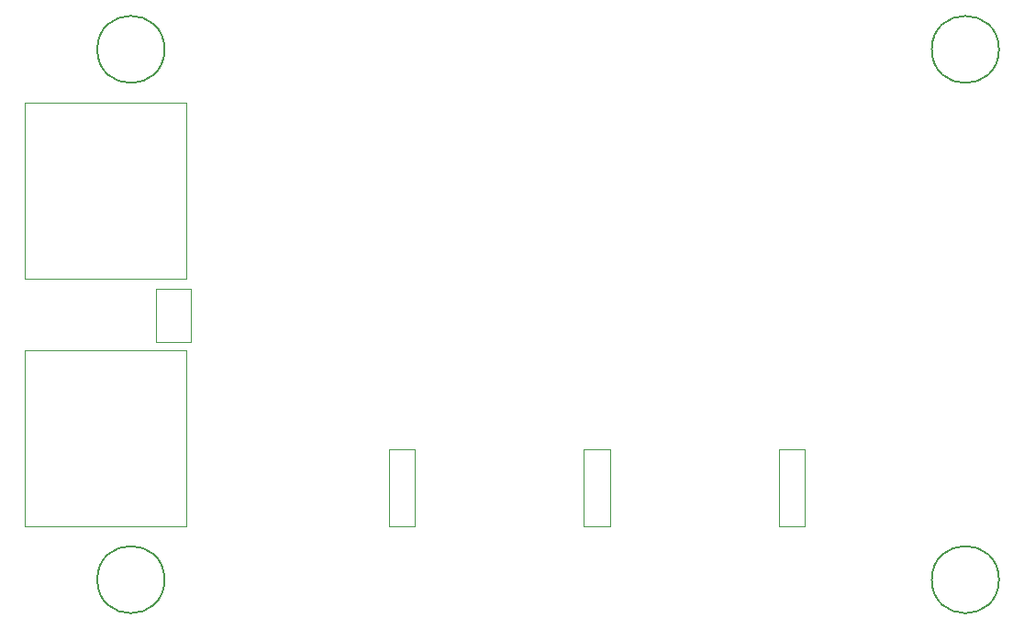
<source format=gbr>
G04 #@! TF.GenerationSoftware,KiCad,Pcbnew,7.0.9*
G04 #@! TF.CreationDate,2024-09-19T22:53:54+02:00*
G04 #@! TF.ProjectId,hpdl_1414_pmod,6870646c-5f31-4343-9134-5f706d6f642e,rev?*
G04 #@! TF.SameCoordinates,Original*
G04 #@! TF.FileFunction,Other,User*
%FSLAX46Y46*%
G04 Gerber Fmt 4.6, Leading zero omitted, Abs format (unit mm)*
G04 Created by KiCad (PCBNEW 7.0.9) date 2024-09-19 22:53:54*
%MOMM*%
%LPD*%
G01*
G04 APERTURE LIST*
%ADD10C,0.050000*%
%ADD11C,0.150000*%
G04 APERTURE END LIST*
D10*
X147700000Y-84450000D02*
X145300000Y-84450000D01*
X145300000Y-84450000D02*
X145300000Y-91550000D01*
X147700000Y-91550000D02*
X147700000Y-84450000D01*
X145300000Y-91550000D02*
X147700000Y-91550000D01*
D11*
X106600000Y-96500000D02*
G75*
G03*
X106600000Y-96500000I-3100000J0D01*
G01*
X106600000Y-47540000D02*
G75*
G03*
X106600000Y-47540000I-3100000J0D01*
G01*
X183600000Y-47540000D02*
G75*
G03*
X183600000Y-47540000I-3100000J0D01*
G01*
D10*
X108600000Y-91580000D02*
X108600000Y-75280000D01*
X108600000Y-75280000D02*
X93700000Y-75280000D01*
X93700000Y-91580000D02*
X108600000Y-91580000D01*
X93700000Y-75280000D02*
X93700000Y-91580000D01*
X165700000Y-84450000D02*
X163300000Y-84450000D01*
X163300000Y-84450000D02*
X163300000Y-91550000D01*
X165700000Y-91550000D02*
X165700000Y-84450000D01*
X163300000Y-91550000D02*
X165700000Y-91550000D01*
D11*
X183600000Y-96500000D02*
G75*
G03*
X183600000Y-96500000I-3100000J0D01*
G01*
D10*
X108600000Y-68720000D02*
X108600000Y-52420000D01*
X108600000Y-52420000D02*
X93700000Y-52420000D01*
X93700000Y-68720000D02*
X108600000Y-68720000D01*
X93700000Y-52420000D02*
X93700000Y-68720000D01*
X105800000Y-74580000D02*
X105800000Y-69620000D01*
X109000000Y-74580000D02*
X105800000Y-74580000D01*
X105800000Y-69620000D02*
X109000000Y-69620000D01*
X109000000Y-69620000D02*
X109000000Y-74580000D01*
X129700000Y-84450000D02*
X127300000Y-84450000D01*
X127300000Y-84450000D02*
X127300000Y-91550000D01*
X129700000Y-91550000D02*
X129700000Y-84450000D01*
X127300000Y-91550000D02*
X129700000Y-91550000D01*
M02*

</source>
